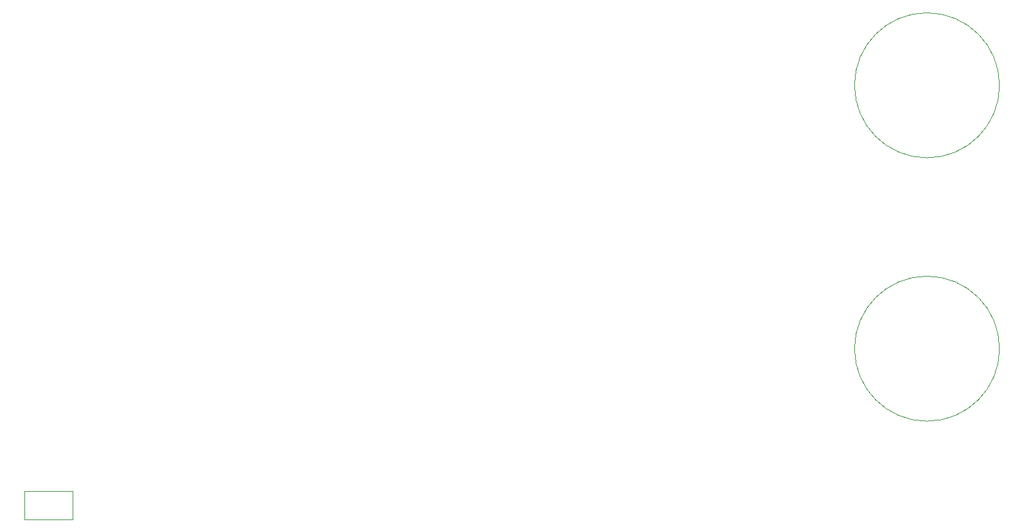
<source format=gbr>
G04 #@! TF.GenerationSoftware,KiCad,Pcbnew,(5.99.0-7935-g797175e0f2)*
G04 #@! TF.CreationDate,2021-01-18T22:07:50+01:00*
G04 #@! TF.ProjectId,ardumower mega shield svn,61726475-6d6f-4776-9572-206d65676120,1.4*
G04 #@! TF.SameCoordinates,PXc1c960PY8a12ae0*
G04 #@! TF.FileFunction,Other,User*
%FSLAX46Y46*%
G04 Gerber Fmt 4.6, Leading zero omitted, Abs format (unit mm)*
G04 Created by KiCad (PCBNEW (5.99.0-7935-g797175e0f2)) date 2021-01-18 22:07:50*
%MOMM*%
%LPD*%
G01*
G04 APERTURE LIST*
%ADD10C,0.050000*%
G04 APERTURE END LIST*
D10*
X236249000Y51181000D02*
G75*
G03*
X236249000Y51181000I-9300000J0D01*
G01*
X236249000Y84963000D02*
G75*
G03*
X236249000Y84963000I-9300000J0D01*
G01*
X111220000Y29315000D02*
X111220000Y32915000D01*
X117370000Y29315000D02*
X111220000Y29315000D01*
X111220000Y32915000D02*
X117370000Y32915000D01*
X117370000Y32915000D02*
X117370000Y29315000D01*
M02*

</source>
